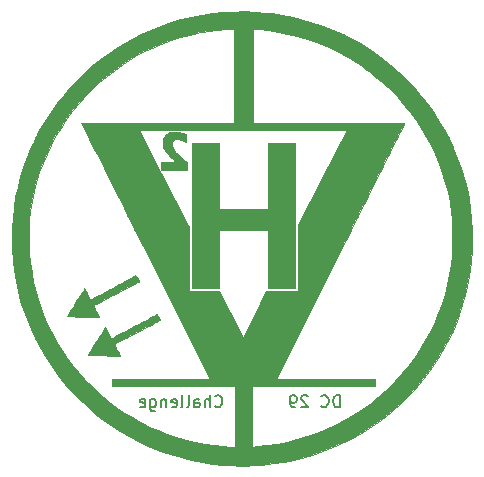
<source format=gbr>
G04 #@! TF.GenerationSoftware,KiCad,Pcbnew,(5.1.10-1-10_14)*
G04 #@! TF.CreationDate,2021-08-06T16:45:07+03:00*
G04 #@! TF.ProjectId,hhv_coin,6868765f-636f-4696-9e2e-6b696361645f,rev?*
G04 #@! TF.SameCoordinates,Original*
G04 #@! TF.FileFunction,Soldermask,Bot*
G04 #@! TF.FilePolarity,Negative*
%FSLAX46Y46*%
G04 Gerber Fmt 4.6, Leading zero omitted, Abs format (unit mm)*
G04 Created by KiCad (PCBNEW (5.1.10-1-10_14)) date 2021-08-06 16:45:07*
%MOMM*%
%LPD*%
G01*
G04 APERTURE LIST*
%ADD10C,0.150000*%
%ADD11C,0.010000*%
G04 APERTURE END LIST*
D10*
X7271428Y-15152380D02*
X7271428Y-14152380D01*
X7033333Y-14152380D01*
X6890476Y-14200000D01*
X6795238Y-14295238D01*
X6747619Y-14390476D01*
X6700000Y-14580952D01*
X6700000Y-14723809D01*
X6747619Y-14914285D01*
X6795238Y-15009523D01*
X6890476Y-15104761D01*
X7033333Y-15152380D01*
X7271428Y-15152380D01*
X5700000Y-15057142D02*
X5747619Y-15104761D01*
X5890476Y-15152380D01*
X5985714Y-15152380D01*
X6128571Y-15104761D01*
X6223809Y-15009523D01*
X6271428Y-14914285D01*
X6319047Y-14723809D01*
X6319047Y-14580952D01*
X6271428Y-14390476D01*
X6223809Y-14295238D01*
X6128571Y-14200000D01*
X5985714Y-14152380D01*
X5890476Y-14152380D01*
X5747619Y-14200000D01*
X5700000Y-14247619D01*
X4557142Y-14247619D02*
X4509523Y-14200000D01*
X4414285Y-14152380D01*
X4176190Y-14152380D01*
X4080952Y-14200000D01*
X4033333Y-14247619D01*
X3985714Y-14342857D01*
X3985714Y-14438095D01*
X4033333Y-14580952D01*
X4604761Y-15152380D01*
X3985714Y-15152380D01*
X3509523Y-15152380D02*
X3319047Y-15152380D01*
X3223809Y-15104761D01*
X3176190Y-15057142D01*
X3080952Y-14914285D01*
X3033333Y-14723809D01*
X3033333Y-14342857D01*
X3080952Y-14247619D01*
X3128571Y-14200000D01*
X3223809Y-14152380D01*
X3414285Y-14152380D01*
X3509523Y-14200000D01*
X3557142Y-14247619D01*
X3604761Y-14342857D01*
X3604761Y-14580952D01*
X3557142Y-14676190D01*
X3509523Y-14723809D01*
X3414285Y-14771428D01*
X3223809Y-14771428D01*
X3128571Y-14723809D01*
X3080952Y-14676190D01*
X3033333Y-14580952D01*
X-3299999Y-15057142D02*
X-3252380Y-15104761D01*
X-3109523Y-15152380D01*
X-3014285Y-15152380D01*
X-2871428Y-15104761D01*
X-2776190Y-15009523D01*
X-2728571Y-14914285D01*
X-2680952Y-14723809D01*
X-2680952Y-14580952D01*
X-2728571Y-14390476D01*
X-2776190Y-14295238D01*
X-2871428Y-14200000D01*
X-3014285Y-14152380D01*
X-3109523Y-14152380D01*
X-3252380Y-14200000D01*
X-3299999Y-14247619D01*
X-3728571Y-15152380D02*
X-3728571Y-14152380D01*
X-4157142Y-15152380D02*
X-4157142Y-14628571D01*
X-4109523Y-14533333D01*
X-4014285Y-14485714D01*
X-3871428Y-14485714D01*
X-3776190Y-14533333D01*
X-3728571Y-14580952D01*
X-5061904Y-15152380D02*
X-5061904Y-14628571D01*
X-5014285Y-14533333D01*
X-4919047Y-14485714D01*
X-4728571Y-14485714D01*
X-4633333Y-14533333D01*
X-5061904Y-15104761D02*
X-4966666Y-15152380D01*
X-4728571Y-15152380D01*
X-4633333Y-15104761D01*
X-4585714Y-15009523D01*
X-4585714Y-14914285D01*
X-4633333Y-14819047D01*
X-4728571Y-14771428D01*
X-4966666Y-14771428D01*
X-5061904Y-14723809D01*
X-5680952Y-15152380D02*
X-5585714Y-15104761D01*
X-5538095Y-15009523D01*
X-5538095Y-14152380D01*
X-6204761Y-15152380D02*
X-6109523Y-15104761D01*
X-6061904Y-15009523D01*
X-6061904Y-14152380D01*
X-6966666Y-15104761D02*
X-6871428Y-15152380D01*
X-6680952Y-15152380D01*
X-6585714Y-15104761D01*
X-6538095Y-15009523D01*
X-6538095Y-14628571D01*
X-6585714Y-14533333D01*
X-6680952Y-14485714D01*
X-6871428Y-14485714D01*
X-6966666Y-14533333D01*
X-7014285Y-14628571D01*
X-7014285Y-14723809D01*
X-6538095Y-14819047D01*
X-7442857Y-14485714D02*
X-7442857Y-15152380D01*
X-7442857Y-14580952D02*
X-7490476Y-14533333D01*
X-7585714Y-14485714D01*
X-7728571Y-14485714D01*
X-7823809Y-14533333D01*
X-7871428Y-14628571D01*
X-7871428Y-15152380D01*
X-8776190Y-14485714D02*
X-8776190Y-15295238D01*
X-8728571Y-15390476D01*
X-8680952Y-15438095D01*
X-8585714Y-15485714D01*
X-8442857Y-15485714D01*
X-8347619Y-15438095D01*
X-8776190Y-15104761D02*
X-8680952Y-15152380D01*
X-8490476Y-15152380D01*
X-8395238Y-15104761D01*
X-8347619Y-15057142D01*
X-8299999Y-14961904D01*
X-8299999Y-14676190D01*
X-8347619Y-14580952D01*
X-8395238Y-14533333D01*
X-8490476Y-14485714D01*
X-8680952Y-14485714D01*
X-8776190Y-14533333D01*
X-9633333Y-15104761D02*
X-9538095Y-15152380D01*
X-9347619Y-15152380D01*
X-9252380Y-15104761D01*
X-9204761Y-15009523D01*
X-9204761Y-14628571D01*
X-9252380Y-14533333D01*
X-9347619Y-14485714D01*
X-9538095Y-14485714D01*
X-9633333Y-14533333D01*
X-9680952Y-14628571D01*
X-9680952Y-14723809D01*
X-9204761Y-14819047D01*
D11*
G36*
X78329Y18325951D02*
G01*
X988418Y18254777D01*
X1494000Y18197181D01*
X2396727Y18061666D01*
X3287932Y17885654D01*
X4166544Y17669672D01*
X5031493Y17414246D01*
X5881707Y17119901D01*
X6716118Y16787164D01*
X7533654Y16416561D01*
X8333245Y16008617D01*
X9113821Y15563859D01*
X9874311Y15082814D01*
X10613646Y14566006D01*
X11330755Y14013963D01*
X12024567Y13427210D01*
X12694012Y12806273D01*
X12924000Y12579325D01*
X13518828Y11953925D01*
X14088312Y11296828D01*
X14630174Y10611368D01*
X15142137Y9900879D01*
X15621922Y9168695D01*
X16067252Y8418150D01*
X16475850Y7652578D01*
X16845436Y6875312D01*
X16890584Y6773389D01*
X17227591Y5953654D01*
X17525291Y5119374D01*
X17783444Y4272310D01*
X18001808Y3414226D01*
X18180144Y2546881D01*
X18318211Y1672038D01*
X18415768Y791458D01*
X18472575Y-93097D01*
X18488392Y-979865D01*
X18462979Y-1867086D01*
X18396094Y-2752997D01*
X18299756Y-3551149D01*
X18152383Y-4437242D01*
X17964617Y-5311462D01*
X17737001Y-6172710D01*
X17470083Y-7019892D01*
X17164405Y-7851910D01*
X16820514Y-8667666D01*
X16438955Y-9466065D01*
X16020273Y-10246009D01*
X15565012Y-11006401D01*
X15073717Y-11746145D01*
X14546935Y-12464144D01*
X13985209Y-13159300D01*
X13389085Y-13830518D01*
X12980043Y-14256863D01*
X12622907Y-14611367D01*
X12279835Y-14937685D01*
X11942188Y-15243360D01*
X11601325Y-15535936D01*
X11248605Y-15822956D01*
X10875390Y-16111964D01*
X10730913Y-16220510D01*
X9992198Y-16745124D01*
X9232192Y-17233420D01*
X8452082Y-17684956D01*
X7653053Y-18099288D01*
X6836289Y-18475972D01*
X6002976Y-18814567D01*
X5154300Y-19114628D01*
X4291446Y-19375712D01*
X3415598Y-19597377D01*
X2527943Y-19779179D01*
X1629666Y-19920675D01*
X721951Y-20021422D01*
X520333Y-20038134D01*
X153410Y-20062527D01*
X-234440Y-20080706D01*
X-630267Y-20092378D01*
X-1021119Y-20097253D01*
X-1394044Y-20095039D01*
X-1681000Y-20087598D01*
X-2604695Y-20033074D01*
X-3519232Y-19937721D01*
X-4423727Y-19801747D01*
X-5317297Y-19625357D01*
X-6199061Y-19408757D01*
X-7068134Y-19152154D01*
X-7923633Y-18855754D01*
X-8764677Y-18519762D01*
X-9179893Y-18336806D01*
X-9989033Y-17946202D01*
X-10775955Y-17520663D01*
X-11539684Y-17061308D01*
X-12279246Y-16569258D01*
X-12993665Y-16045633D01*
X-13681967Y-15491552D01*
X-14343177Y-14908137D01*
X-14976320Y-14296506D01*
X-15580420Y-13657779D01*
X-16154504Y-12993078D01*
X-16697596Y-12303522D01*
X-17208721Y-11590230D01*
X-17686905Y-10854324D01*
X-18131172Y-10096922D01*
X-18540548Y-9319145D01*
X-18914057Y-8522114D01*
X-19250726Y-7706947D01*
X-19549578Y-6874766D01*
X-19768114Y-6172257D01*
X-19996717Y-5307549D01*
X-20183940Y-4435935D01*
X-20329855Y-3558890D01*
X-20434533Y-2677889D01*
X-20498046Y-1794405D01*
X-20514559Y-1142975D01*
X-19072418Y-1142975D01*
X-19035086Y-2000654D01*
X-18955755Y-2855424D01*
X-18834502Y-3706260D01*
X-18671408Y-4552137D01*
X-18466550Y-5392030D01*
X-18381095Y-5697916D01*
X-18125392Y-6506985D01*
X-17830551Y-7301185D01*
X-17497537Y-8079214D01*
X-17127314Y-8839766D01*
X-16720846Y-9581536D01*
X-16279097Y-10303222D01*
X-15803032Y-11003518D01*
X-15293614Y-11681120D01*
X-14751808Y-12334723D01*
X-14178578Y-12963025D01*
X-13574888Y-13564719D01*
X-12941703Y-14138502D01*
X-12279986Y-14683069D01*
X-11590701Y-15197116D01*
X-11121334Y-15518907D01*
X-10642746Y-15826250D01*
X-10168046Y-16110718D01*
X-9684385Y-16379564D01*
X-9178918Y-16640043D01*
X-8866015Y-16792379D01*
X-8127326Y-17122802D01*
X-7364412Y-17421140D01*
X-6582067Y-17686132D01*
X-5785084Y-17916517D01*
X-4978256Y-18111034D01*
X-4166375Y-18268423D01*
X-3354235Y-18387421D01*
X-2546629Y-18466768D01*
X-2485334Y-18471158D01*
X-2364432Y-18479630D01*
X-2251783Y-18487605D01*
X-2157246Y-18494379D01*
X-2090680Y-18499248D01*
X-2072584Y-18500622D01*
X-2012427Y-18504017D01*
X-1925469Y-18507351D01*
X-1827239Y-18510060D01*
X-1792125Y-18510775D01*
X-1596334Y-18514333D01*
X-1596334Y-13349666D01*
X-157000Y-13349666D01*
X-157000Y-18493166D01*
X-97732Y-18493166D01*
X-54835Y-18491560D01*
X20282Y-18487168D01*
X117646Y-18480629D01*
X227283Y-18472583D01*
X246227Y-18471126D01*
X1120106Y-18382664D01*
X1983849Y-18253684D01*
X2836270Y-18084748D01*
X3676178Y-17876419D01*
X4502385Y-17629259D01*
X5313703Y-17343830D01*
X6108942Y-17020695D01*
X6886915Y-16660415D01*
X7646433Y-16263555D01*
X8386307Y-15830675D01*
X9105348Y-15362339D01*
X9802368Y-14859109D01*
X10476178Y-14321546D01*
X11125590Y-13750214D01*
X11749415Y-13145676D01*
X11958493Y-12929495D01*
X12539930Y-12288075D01*
X13087070Y-11622837D01*
X13599332Y-10935021D01*
X14076136Y-10225865D01*
X14516901Y-9496607D01*
X14921047Y-8748484D01*
X15287992Y-7982735D01*
X15617157Y-7200598D01*
X15907961Y-6403311D01*
X16159823Y-5592112D01*
X16372164Y-4768239D01*
X16544401Y-3932930D01*
X16675955Y-3087424D01*
X16711902Y-2792658D01*
X16734676Y-2586050D01*
X16753636Y-2399099D01*
X16769110Y-2224910D01*
X16781426Y-2056586D01*
X16790913Y-1887230D01*
X16797900Y-1709947D01*
X16802713Y-1517840D01*
X16805683Y-1304013D01*
X16807137Y-1061570D01*
X16807407Y-787250D01*
X16806575Y-496678D01*
X16804249Y-241211D01*
X16800033Y-13637D01*
X16793533Y193258D01*
X16784354Y386688D01*
X16772101Y573866D01*
X16756378Y762006D01*
X16736793Y958321D01*
X16712948Y1170024D01*
X16689817Y1361167D01*
X16564183Y2205158D01*
X16397968Y3038554D01*
X16191870Y3860165D01*
X15946584Y4668799D01*
X15662806Y5463266D01*
X15341233Y6242375D01*
X14982559Y7004934D01*
X14587482Y7749753D01*
X14156697Y8475641D01*
X13690900Y9181406D01*
X13190787Y9865857D01*
X12657054Y10527804D01*
X12090398Y11166055D01*
X11491513Y11779420D01*
X10861097Y12366708D01*
X10199844Y12926726D01*
X9706666Y13311163D01*
X9423360Y13518120D01*
X9111284Y13734930D01*
X8780676Y13954991D01*
X8441770Y14171702D01*
X8104804Y14378464D01*
X7780013Y14568677D01*
X7600583Y14669181D01*
X6847781Y15059440D01*
X6074506Y15414577D01*
X5283738Y15733689D01*
X4478460Y16015877D01*
X3661654Y16260240D01*
X2836300Y16465875D01*
X2005381Y16631884D01*
X1171878Y16757365D01*
X435666Y16833790D01*
X318919Y16843345D01*
X203261Y16852847D01*
X102968Y16861122D01*
X38791Y16866454D01*
X-93500Y16877513D01*
X-93499Y12902882D01*
X-93497Y8928250D01*
X6318239Y8928250D01*
X6836601Y8928202D01*
X7344017Y8928058D01*
X7838853Y8927823D01*
X8319476Y8927500D01*
X8784252Y8927094D01*
X9231548Y8926608D01*
X9659732Y8926046D01*
X10067169Y8925411D01*
X10452226Y8924708D01*
X10813270Y8923941D01*
X11148668Y8923112D01*
X11456787Y8922227D01*
X11735993Y8921288D01*
X11984653Y8920300D01*
X12201133Y8919267D01*
X12383801Y8918191D01*
X12531024Y8917078D01*
X12641166Y8915930D01*
X12712597Y8914752D01*
X12743682Y8913547D01*
X12744940Y8913283D01*
X12736409Y8893660D01*
X12709391Y8837276D01*
X12664417Y8745189D01*
X12602017Y8618460D01*
X12522721Y8458148D01*
X12427060Y8265313D01*
X12315563Y8041015D01*
X12188761Y7786314D01*
X12047184Y7502269D01*
X11891362Y7189940D01*
X11721825Y6850387D01*
X11539103Y6484670D01*
X11343727Y6093849D01*
X11136226Y5678982D01*
X10917132Y5241131D01*
X10686973Y4781355D01*
X10446280Y4300713D01*
X10195584Y3800265D01*
X9935414Y3281072D01*
X9666301Y2744192D01*
X9388774Y2190686D01*
X9103364Y1621614D01*
X8810602Y1038035D01*
X8511016Y441009D01*
X8205138Y-168405D01*
X7893498Y-789145D01*
X7576625Y-1420154D01*
X7318213Y-1934634D01*
X1876519Y-12767583D01*
X6077342Y-12772927D01*
X10278166Y-12778271D01*
X10278166Y-13349666D01*
X-157000Y-13349666D01*
X-1596334Y-13349666D01*
X-12010334Y-13349666D01*
X-12010334Y-12778272D01*
X-7864062Y-12772927D01*
X-3717791Y-12767583D01*
X-9165704Y-1940833D01*
X-9486853Y-1302580D01*
X-9803240Y-673737D01*
X-10114333Y-55364D01*
X-10419599Y551479D01*
X-10718505Y1145733D01*
X-11010520Y1726337D01*
X-11295110Y2292232D01*
X-11571743Y2842358D01*
X-11839887Y3375655D01*
X-12099008Y3891063D01*
X-12348575Y4387523D01*
X-12588055Y4863974D01*
X-12816916Y5319357D01*
X-13034624Y5752612D01*
X-13240647Y6162679D01*
X-13434453Y6548498D01*
X-13615510Y6909010D01*
X-13783284Y7243154D01*
X-13937243Y7549871D01*
X-14076855Y7828100D01*
X-14201588Y8076783D01*
X-14310907Y8294859D01*
X-14331306Y8335584D01*
X-9760853Y8335584D01*
X-7613020Y4208084D01*
X-5465188Y80584D01*
X-5478158Y-2612875D01*
X-5491128Y-5306333D01*
X-2919250Y-5307217D01*
X-1926214Y-7286290D01*
X-933177Y-9265363D01*
X62629Y-7289103D01*
X1058435Y-5312842D01*
X1541134Y-5299241D01*
X1677256Y-5296444D01*
X1847021Y-5294610D01*
X2041750Y-5293739D01*
X2252763Y-5293832D01*
X2471381Y-5294886D01*
X2688925Y-5296902D01*
X2864874Y-5299344D01*
X3705916Y-5313047D01*
X3700171Y-2530716D01*
X3694426Y251614D01*
X5785617Y4283016D01*
X7876807Y8314417D01*
X3505362Y8329828D01*
X3000700Y8331484D01*
X2459316Y8333033D01*
X1886820Y8334468D01*
X1288821Y8335783D01*
X670931Y8336970D01*
X38760Y8338023D01*
X-602081Y8338935D01*
X-1245983Y8339699D01*
X-1887335Y8340309D01*
X-2520526Y8340758D01*
X-3139946Y8341039D01*
X-3739985Y8341146D01*
X-4315032Y8341071D01*
X-4859476Y8340808D01*
X-5313468Y8340411D01*
X-9760853Y8335584D01*
X-14331306Y8335584D01*
X-14404282Y8481268D01*
X-14481180Y8634951D01*
X-14541067Y8754847D01*
X-14583412Y8839897D01*
X-14607682Y8889042D01*
X-14613726Y8901792D01*
X-14592838Y8903069D01*
X-14531236Y8904318D01*
X-14430542Y8905537D01*
X-14292374Y8906720D01*
X-14118352Y8907865D01*
X-13910097Y8908967D01*
X-13669228Y8910022D01*
X-13397365Y8911026D01*
X-13096128Y8911975D01*
X-12767138Y8912865D01*
X-12412014Y8913693D01*
X-12032376Y8914454D01*
X-11629844Y8915144D01*
X-11206038Y8915759D01*
X-10762578Y8916296D01*
X-10301084Y8916750D01*
X-9823175Y8917118D01*
X-9330473Y8917395D01*
X-8824596Y8917578D01*
X-8307164Y8917662D01*
X-8136834Y8917667D01*
X-1659834Y8917667D01*
X-1659834Y16897039D01*
X-1855625Y16885718D01*
X-2150009Y16868076D01*
X-2409485Y16851048D01*
X-2641462Y16833952D01*
X-2853346Y16816107D01*
X-3052545Y16796835D01*
X-3246464Y16775453D01*
X-3442512Y16751282D01*
X-3648094Y16723641D01*
X-3701531Y16716153D01*
X-4554506Y16574493D01*
X-5400044Y16391552D01*
X-6236150Y16168027D01*
X-7060831Y15904621D01*
X-7872093Y15602031D01*
X-8667943Y15260958D01*
X-9446386Y14882102D01*
X-10205430Y14466163D01*
X-10344772Y14384492D01*
X-11077378Y13926628D01*
X-11783389Y13437069D01*
X-12461991Y12917036D01*
X-13112375Y12367755D01*
X-13733727Y11790448D01*
X-14325237Y11186341D01*
X-14886092Y10556656D01*
X-15415482Y9902618D01*
X-15912594Y9225451D01*
X-16376616Y8526378D01*
X-16806737Y7806623D01*
X-17202146Y7067410D01*
X-17562030Y6309963D01*
X-17885577Y5535507D01*
X-18171977Y4745264D01*
X-18420417Y3940458D01*
X-18630086Y3122314D01*
X-18800172Y2292056D01*
X-18929864Y1450907D01*
X-18931619Y1437263D01*
X-19020763Y577008D01*
X-19067670Y-283413D01*
X-19072418Y-1142975D01*
X-20514559Y-1142975D01*
X-20520467Y-909912D01*
X-20501867Y-25885D01*
X-20442318Y856202D01*
X-20341893Y1734875D01*
X-20200662Y2608660D01*
X-20018698Y3476082D01*
X-19796072Y4335668D01*
X-19532857Y5185944D01*
X-19229125Y6025434D01*
X-19165416Y6187167D01*
X-19058926Y6445372D01*
X-18937079Y6726109D01*
X-18804254Y7020132D01*
X-18664828Y7318199D01*
X-18523181Y7611063D01*
X-18383691Y7889482D01*
X-18250738Y8144211D01*
X-18157797Y8314417D01*
X-17690854Y9107112D01*
X-17191967Y9872293D01*
X-16661547Y10609518D01*
X-16100005Y11318341D01*
X-15507750Y11998320D01*
X-14885194Y12649010D01*
X-14232747Y13269968D01*
X-13550819Y13860749D01*
X-12839820Y14420911D01*
X-12100162Y14950008D01*
X-11893917Y15088592D01*
X-11125432Y15572853D01*
X-10338460Y16019383D01*
X-9534289Y16427884D01*
X-8714208Y16798058D01*
X-7879504Y17129604D01*
X-7031465Y17422224D01*
X-6171380Y17675618D01*
X-5300536Y17889489D01*
X-4420221Y18063536D01*
X-3531724Y18197460D01*
X-2636333Y18290963D01*
X-1735335Y18343745D01*
X-830018Y18355507D01*
X78329Y18325951D01*
G37*
X78329Y18325951D02*
X988418Y18254777D01*
X1494000Y18197181D01*
X2396727Y18061666D01*
X3287932Y17885654D01*
X4166544Y17669672D01*
X5031493Y17414246D01*
X5881707Y17119901D01*
X6716118Y16787164D01*
X7533654Y16416561D01*
X8333245Y16008617D01*
X9113821Y15563859D01*
X9874311Y15082814D01*
X10613646Y14566006D01*
X11330755Y14013963D01*
X12024567Y13427210D01*
X12694012Y12806273D01*
X12924000Y12579325D01*
X13518828Y11953925D01*
X14088312Y11296828D01*
X14630174Y10611368D01*
X15142137Y9900879D01*
X15621922Y9168695D01*
X16067252Y8418150D01*
X16475850Y7652578D01*
X16845436Y6875312D01*
X16890584Y6773389D01*
X17227591Y5953654D01*
X17525291Y5119374D01*
X17783444Y4272310D01*
X18001808Y3414226D01*
X18180144Y2546881D01*
X18318211Y1672038D01*
X18415768Y791458D01*
X18472575Y-93097D01*
X18488392Y-979865D01*
X18462979Y-1867086D01*
X18396094Y-2752997D01*
X18299756Y-3551149D01*
X18152383Y-4437242D01*
X17964617Y-5311462D01*
X17737001Y-6172710D01*
X17470083Y-7019892D01*
X17164405Y-7851910D01*
X16820514Y-8667666D01*
X16438955Y-9466065D01*
X16020273Y-10246009D01*
X15565012Y-11006401D01*
X15073717Y-11746145D01*
X14546935Y-12464144D01*
X13985209Y-13159300D01*
X13389085Y-13830518D01*
X12980043Y-14256863D01*
X12622907Y-14611367D01*
X12279835Y-14937685D01*
X11942188Y-15243360D01*
X11601325Y-15535936D01*
X11248605Y-15822956D01*
X10875390Y-16111964D01*
X10730913Y-16220510D01*
X9992198Y-16745124D01*
X9232192Y-17233420D01*
X8452082Y-17684956D01*
X7653053Y-18099288D01*
X6836289Y-18475972D01*
X6002976Y-18814567D01*
X5154300Y-19114628D01*
X4291446Y-19375712D01*
X3415598Y-19597377D01*
X2527943Y-19779179D01*
X1629666Y-19920675D01*
X721951Y-20021422D01*
X520333Y-20038134D01*
X153410Y-20062527D01*
X-234440Y-20080706D01*
X-630267Y-20092378D01*
X-1021119Y-20097253D01*
X-1394044Y-20095039D01*
X-1681000Y-20087598D01*
X-2604695Y-20033074D01*
X-3519232Y-19937721D01*
X-4423727Y-19801747D01*
X-5317297Y-19625357D01*
X-6199061Y-19408757D01*
X-7068134Y-19152154D01*
X-7923633Y-18855754D01*
X-8764677Y-18519762D01*
X-9179893Y-18336806D01*
X-9989033Y-17946202D01*
X-10775955Y-17520663D01*
X-11539684Y-17061308D01*
X-12279246Y-16569258D01*
X-12993665Y-16045633D01*
X-13681967Y-15491552D01*
X-14343177Y-14908137D01*
X-14976320Y-14296506D01*
X-15580420Y-13657779D01*
X-16154504Y-12993078D01*
X-16697596Y-12303522D01*
X-17208721Y-11590230D01*
X-17686905Y-10854324D01*
X-18131172Y-10096922D01*
X-18540548Y-9319145D01*
X-18914057Y-8522114D01*
X-19250726Y-7706947D01*
X-19549578Y-6874766D01*
X-19768114Y-6172257D01*
X-19996717Y-5307549D01*
X-20183940Y-4435935D01*
X-20329855Y-3558890D01*
X-20434533Y-2677889D01*
X-20498046Y-1794405D01*
X-20514559Y-1142975D01*
X-19072418Y-1142975D01*
X-19035086Y-2000654D01*
X-18955755Y-2855424D01*
X-18834502Y-3706260D01*
X-18671408Y-4552137D01*
X-18466550Y-5392030D01*
X-18381095Y-5697916D01*
X-18125392Y-6506985D01*
X-17830551Y-7301185D01*
X-17497537Y-8079214D01*
X-17127314Y-8839766D01*
X-16720846Y-9581536D01*
X-16279097Y-10303222D01*
X-15803032Y-11003518D01*
X-15293614Y-11681120D01*
X-14751808Y-12334723D01*
X-14178578Y-12963025D01*
X-13574888Y-13564719D01*
X-12941703Y-14138502D01*
X-12279986Y-14683069D01*
X-11590701Y-15197116D01*
X-11121334Y-15518907D01*
X-10642746Y-15826250D01*
X-10168046Y-16110718D01*
X-9684385Y-16379564D01*
X-9178918Y-16640043D01*
X-8866015Y-16792379D01*
X-8127326Y-17122802D01*
X-7364412Y-17421140D01*
X-6582067Y-17686132D01*
X-5785084Y-17916517D01*
X-4978256Y-18111034D01*
X-4166375Y-18268423D01*
X-3354235Y-18387421D01*
X-2546629Y-18466768D01*
X-2485334Y-18471158D01*
X-2364432Y-18479630D01*
X-2251783Y-18487605D01*
X-2157246Y-18494379D01*
X-2090680Y-18499248D01*
X-2072584Y-18500622D01*
X-2012427Y-18504017D01*
X-1925469Y-18507351D01*
X-1827239Y-18510060D01*
X-1792125Y-18510775D01*
X-1596334Y-18514333D01*
X-1596334Y-13349666D01*
X-157000Y-13349666D01*
X-157000Y-18493166D01*
X-97732Y-18493166D01*
X-54835Y-18491560D01*
X20282Y-18487168D01*
X117646Y-18480629D01*
X227283Y-18472583D01*
X246227Y-18471126D01*
X1120106Y-18382664D01*
X1983849Y-18253684D01*
X2836270Y-18084748D01*
X3676178Y-17876419D01*
X4502385Y-17629259D01*
X5313703Y-17343830D01*
X6108942Y-17020695D01*
X6886915Y-16660415D01*
X7646433Y-16263555D01*
X8386307Y-15830675D01*
X9105348Y-15362339D01*
X9802368Y-14859109D01*
X10476178Y-14321546D01*
X11125590Y-13750214D01*
X11749415Y-13145676D01*
X11958493Y-12929495D01*
X12539930Y-12288075D01*
X13087070Y-11622837D01*
X13599332Y-10935021D01*
X14076136Y-10225865D01*
X14516901Y-9496607D01*
X14921047Y-8748484D01*
X15287992Y-7982735D01*
X15617157Y-7200598D01*
X15907961Y-6403311D01*
X16159823Y-5592112D01*
X16372164Y-4768239D01*
X16544401Y-3932930D01*
X16675955Y-3087424D01*
X16711902Y-2792658D01*
X16734676Y-2586050D01*
X16753636Y-2399099D01*
X16769110Y-2224910D01*
X16781426Y-2056586D01*
X16790913Y-1887230D01*
X16797900Y-1709947D01*
X16802713Y-1517840D01*
X16805683Y-1304013D01*
X16807137Y-1061570D01*
X16807407Y-787250D01*
X16806575Y-496678D01*
X16804249Y-241211D01*
X16800033Y-13637D01*
X16793533Y193258D01*
X16784354Y386688D01*
X16772101Y573866D01*
X16756378Y762006D01*
X16736793Y958321D01*
X16712948Y1170024D01*
X16689817Y1361167D01*
X16564183Y2205158D01*
X16397968Y3038554D01*
X16191870Y3860165D01*
X15946584Y4668799D01*
X15662806Y5463266D01*
X15341233Y6242375D01*
X14982559Y7004934D01*
X14587482Y7749753D01*
X14156697Y8475641D01*
X13690900Y9181406D01*
X13190787Y9865857D01*
X12657054Y10527804D01*
X12090398Y11166055D01*
X11491513Y11779420D01*
X10861097Y12366708D01*
X10199844Y12926726D01*
X9706666Y13311163D01*
X9423360Y13518120D01*
X9111284Y13734930D01*
X8780676Y13954991D01*
X8441770Y14171702D01*
X8104804Y14378464D01*
X7780013Y14568677D01*
X7600583Y14669181D01*
X6847781Y15059440D01*
X6074506Y15414577D01*
X5283738Y15733689D01*
X4478460Y16015877D01*
X3661654Y16260240D01*
X2836300Y16465875D01*
X2005381Y16631884D01*
X1171878Y16757365D01*
X435666Y16833790D01*
X318919Y16843345D01*
X203261Y16852847D01*
X102968Y16861122D01*
X38791Y16866454D01*
X-93500Y16877513D01*
X-93499Y12902882D01*
X-93497Y8928250D01*
X6318239Y8928250D01*
X6836601Y8928202D01*
X7344017Y8928058D01*
X7838853Y8927823D01*
X8319476Y8927500D01*
X8784252Y8927094D01*
X9231548Y8926608D01*
X9659732Y8926046D01*
X10067169Y8925411D01*
X10452226Y8924708D01*
X10813270Y8923941D01*
X11148668Y8923112D01*
X11456787Y8922227D01*
X11735993Y8921288D01*
X11984653Y8920300D01*
X12201133Y8919267D01*
X12383801Y8918191D01*
X12531024Y8917078D01*
X12641166Y8915930D01*
X12712597Y8914752D01*
X12743682Y8913547D01*
X12744940Y8913283D01*
X12736409Y8893660D01*
X12709391Y8837276D01*
X12664417Y8745189D01*
X12602017Y8618460D01*
X12522721Y8458148D01*
X12427060Y8265313D01*
X12315563Y8041015D01*
X12188761Y7786314D01*
X12047184Y7502269D01*
X11891362Y7189940D01*
X11721825Y6850387D01*
X11539103Y6484670D01*
X11343727Y6093849D01*
X11136226Y5678982D01*
X10917132Y5241131D01*
X10686973Y4781355D01*
X10446280Y4300713D01*
X10195584Y3800265D01*
X9935414Y3281072D01*
X9666301Y2744192D01*
X9388774Y2190686D01*
X9103364Y1621614D01*
X8810602Y1038035D01*
X8511016Y441009D01*
X8205138Y-168405D01*
X7893498Y-789145D01*
X7576625Y-1420154D01*
X7318213Y-1934634D01*
X1876519Y-12767583D01*
X6077342Y-12772927D01*
X10278166Y-12778271D01*
X10278166Y-13349666D01*
X-157000Y-13349666D01*
X-1596334Y-13349666D01*
X-12010334Y-13349666D01*
X-12010334Y-12778272D01*
X-7864062Y-12772927D01*
X-3717791Y-12767583D01*
X-9165704Y-1940833D01*
X-9486853Y-1302580D01*
X-9803240Y-673737D01*
X-10114333Y-55364D01*
X-10419599Y551479D01*
X-10718505Y1145733D01*
X-11010520Y1726337D01*
X-11295110Y2292232D01*
X-11571743Y2842358D01*
X-11839887Y3375655D01*
X-12099008Y3891063D01*
X-12348575Y4387523D01*
X-12588055Y4863974D01*
X-12816916Y5319357D01*
X-13034624Y5752612D01*
X-13240647Y6162679D01*
X-13434453Y6548498D01*
X-13615510Y6909010D01*
X-13783284Y7243154D01*
X-13937243Y7549871D01*
X-14076855Y7828100D01*
X-14201588Y8076783D01*
X-14310907Y8294859D01*
X-14331306Y8335584D01*
X-9760853Y8335584D01*
X-7613020Y4208084D01*
X-5465188Y80584D01*
X-5478158Y-2612875D01*
X-5491128Y-5306333D01*
X-2919250Y-5307217D01*
X-1926214Y-7286290D01*
X-933177Y-9265363D01*
X62629Y-7289103D01*
X1058435Y-5312842D01*
X1541134Y-5299241D01*
X1677256Y-5296444D01*
X1847021Y-5294610D01*
X2041750Y-5293739D01*
X2252763Y-5293832D01*
X2471381Y-5294886D01*
X2688925Y-5296902D01*
X2864874Y-5299344D01*
X3705916Y-5313047D01*
X3700171Y-2530716D01*
X3694426Y251614D01*
X5785617Y4283016D01*
X7876807Y8314417D01*
X3505362Y8329828D01*
X3000700Y8331484D01*
X2459316Y8333033D01*
X1886820Y8334468D01*
X1288821Y8335783D01*
X670931Y8336970D01*
X38760Y8338023D01*
X-602081Y8338935D01*
X-1245983Y8339699D01*
X-1887335Y8340309D01*
X-2520526Y8340758D01*
X-3139946Y8341039D01*
X-3739985Y8341146D01*
X-4315032Y8341071D01*
X-4859476Y8340808D01*
X-5313468Y8340411D01*
X-9760853Y8335584D01*
X-14331306Y8335584D01*
X-14404282Y8481268D01*
X-14481180Y8634951D01*
X-14541067Y8754847D01*
X-14583412Y8839897D01*
X-14607682Y8889042D01*
X-14613726Y8901792D01*
X-14592838Y8903069D01*
X-14531236Y8904318D01*
X-14430542Y8905537D01*
X-14292374Y8906720D01*
X-14118352Y8907865D01*
X-13910097Y8908967D01*
X-13669228Y8910022D01*
X-13397365Y8911026D01*
X-13096128Y8911975D01*
X-12767138Y8912865D01*
X-12412014Y8913693D01*
X-12032376Y8914454D01*
X-11629844Y8915144D01*
X-11206038Y8915759D01*
X-10762578Y8916296D01*
X-10301084Y8916750D01*
X-9823175Y8917118D01*
X-9330473Y8917395D01*
X-8824596Y8917578D01*
X-8307164Y8917662D01*
X-8136834Y8917667D01*
X-1659834Y8917667D01*
X-1659834Y16897039D01*
X-1855625Y16885718D01*
X-2150009Y16868076D01*
X-2409485Y16851048D01*
X-2641462Y16833952D01*
X-2853346Y16816107D01*
X-3052545Y16796835D01*
X-3246464Y16775453D01*
X-3442512Y16751282D01*
X-3648094Y16723641D01*
X-3701531Y16716153D01*
X-4554506Y16574493D01*
X-5400044Y16391552D01*
X-6236150Y16168027D01*
X-7060831Y15904621D01*
X-7872093Y15602031D01*
X-8667943Y15260958D01*
X-9446386Y14882102D01*
X-10205430Y14466163D01*
X-10344772Y14384492D01*
X-11077378Y13926628D01*
X-11783389Y13437069D01*
X-12461991Y12917036D01*
X-13112375Y12367755D01*
X-13733727Y11790448D01*
X-14325237Y11186341D01*
X-14886092Y10556656D01*
X-15415482Y9902618D01*
X-15912594Y9225451D01*
X-16376616Y8526378D01*
X-16806737Y7806623D01*
X-17202146Y7067410D01*
X-17562030Y6309963D01*
X-17885577Y5535507D01*
X-18171977Y4745264D01*
X-18420417Y3940458D01*
X-18630086Y3122314D01*
X-18800172Y2292056D01*
X-18929864Y1450907D01*
X-18931619Y1437263D01*
X-19020763Y577008D01*
X-19067670Y-283413D01*
X-19072418Y-1142975D01*
X-20514559Y-1142975D01*
X-20520467Y-909912D01*
X-20501867Y-25885D01*
X-20442318Y856202D01*
X-20341893Y1734875D01*
X-20200662Y2608660D01*
X-20018698Y3476082D01*
X-19796072Y4335668D01*
X-19532857Y5185944D01*
X-19229125Y6025434D01*
X-19165416Y6187167D01*
X-19058926Y6445372D01*
X-18937079Y6726109D01*
X-18804254Y7020132D01*
X-18664828Y7318199D01*
X-18523181Y7611063D01*
X-18383691Y7889482D01*
X-18250738Y8144211D01*
X-18157797Y8314417D01*
X-17690854Y9107112D01*
X-17191967Y9872293D01*
X-16661547Y10609518D01*
X-16100005Y11318341D01*
X-15507750Y11998320D01*
X-14885194Y12649010D01*
X-14232747Y13269968D01*
X-13550819Y13860749D01*
X-12839820Y14420911D01*
X-12100162Y14950008D01*
X-11893917Y15088592D01*
X-11125432Y15572853D01*
X-10338460Y16019383D01*
X-9534289Y16427884D01*
X-8714208Y16798058D01*
X-7879504Y17129604D01*
X-7031465Y17422224D01*
X-6171380Y17675618D01*
X-5300536Y17889489D01*
X-4420221Y18063536D01*
X-3531724Y18197460D01*
X-2636333Y18290963D01*
X-1735335Y18343745D01*
X-830018Y18355507D01*
X78329Y18325951D01*
G36*
X-8240379Y-7295305D02*
G01*
X-8202497Y-7334179D01*
X-8148255Y-7405752D01*
X-8078625Y-7507933D01*
X-8021621Y-7595450D01*
X-7974314Y-7670418D01*
X-7941061Y-7725757D01*
X-7926217Y-7754390D01*
X-7925838Y-7756240D01*
X-7944320Y-7767984D01*
X-7997923Y-7797868D01*
X-8084168Y-7844582D01*
X-8200574Y-7906820D01*
X-8344659Y-7983275D01*
X-8513943Y-8072638D01*
X-8705945Y-8173602D01*
X-8918184Y-8284861D01*
X-9148180Y-8405106D01*
X-9393451Y-8533030D01*
X-9651518Y-8667326D01*
X-9863963Y-8777666D01*
X-10131031Y-8916323D01*
X-10387732Y-9049724D01*
X-10631540Y-9176550D01*
X-10859929Y-9295482D01*
X-11070375Y-9405201D01*
X-11260351Y-9504386D01*
X-11427333Y-9591719D01*
X-11568796Y-9665881D01*
X-11682213Y-9725552D01*
X-11765059Y-9769412D01*
X-11814809Y-9796144D01*
X-11829009Y-9804250D01*
X-11833495Y-9818846D01*
X-11826132Y-9849938D01*
X-11805220Y-9901134D01*
X-11769060Y-9976045D01*
X-11715953Y-10078280D01*
X-11644198Y-10211448D01*
X-11594805Y-10301666D01*
X-11523956Y-10431145D01*
X-11460382Y-10548469D01*
X-11406800Y-10648530D01*
X-11365927Y-10726220D01*
X-11340480Y-10776431D01*
X-11333005Y-10793791D01*
X-11350354Y-10805798D01*
X-11370042Y-10806627D01*
X-11397776Y-10805537D01*
X-11463768Y-10803530D01*
X-11563952Y-10800712D01*
X-11694265Y-10797191D01*
X-11850644Y-10793076D01*
X-12029023Y-10788473D01*
X-12225340Y-10783491D01*
X-12435530Y-10778237D01*
X-12528917Y-10775927D01*
X-12750677Y-10770435D01*
X-12965852Y-10765061D01*
X-13169538Y-10759931D01*
X-13356827Y-10755170D01*
X-13522816Y-10750903D01*
X-13662598Y-10747256D01*
X-13771269Y-10744355D01*
X-13843923Y-10742326D01*
X-13857353Y-10741924D01*
X-14063955Y-10735583D01*
X-13335425Y-9564544D01*
X-13209727Y-9362600D01*
X-13090554Y-9171338D01*
X-12979796Y-8993777D01*
X-12879343Y-8832940D01*
X-12791086Y-8691847D01*
X-12716915Y-8573520D01*
X-12658720Y-8480978D01*
X-12618391Y-8417244D01*
X-12597820Y-8385338D01*
X-12595600Y-8382210D01*
X-12583530Y-8397242D01*
X-12555347Y-8445399D01*
X-12513647Y-8521834D01*
X-12461028Y-8621699D01*
X-12400087Y-8740145D01*
X-12338795Y-8861577D01*
X-12093286Y-9352240D01*
X-11983018Y-9290765D01*
X-11930315Y-9261724D01*
X-11846214Y-9215823D01*
X-11733786Y-9154717D01*
X-11596102Y-9080061D01*
X-11436236Y-8993510D01*
X-11257259Y-8896719D01*
X-11062242Y-8791344D01*
X-10854258Y-8679039D01*
X-10636378Y-8561461D01*
X-10411675Y-8440263D01*
X-10183220Y-8317101D01*
X-9954085Y-8193630D01*
X-9727342Y-8071506D01*
X-9506063Y-7952384D01*
X-9293319Y-7837918D01*
X-9092183Y-7729764D01*
X-8905727Y-7629578D01*
X-8737022Y-7539013D01*
X-8589140Y-7459726D01*
X-8465153Y-7393372D01*
X-8368133Y-7341605D01*
X-8301152Y-7306081D01*
X-8267282Y-7288455D01*
X-8263834Y-7286826D01*
X-8240379Y-7295305D01*
G37*
X-8240379Y-7295305D02*
X-8202497Y-7334179D01*
X-8148255Y-7405752D01*
X-8078625Y-7507933D01*
X-8021621Y-7595450D01*
X-7974314Y-7670418D01*
X-7941061Y-7725757D01*
X-7926217Y-7754390D01*
X-7925838Y-7756240D01*
X-7944320Y-7767984D01*
X-7997923Y-7797868D01*
X-8084168Y-7844582D01*
X-8200574Y-7906820D01*
X-8344659Y-7983275D01*
X-8513943Y-8072638D01*
X-8705945Y-8173602D01*
X-8918184Y-8284861D01*
X-9148180Y-8405106D01*
X-9393451Y-8533030D01*
X-9651518Y-8667326D01*
X-9863963Y-8777666D01*
X-10131031Y-8916323D01*
X-10387732Y-9049724D01*
X-10631540Y-9176550D01*
X-10859929Y-9295482D01*
X-11070375Y-9405201D01*
X-11260351Y-9504386D01*
X-11427333Y-9591719D01*
X-11568796Y-9665881D01*
X-11682213Y-9725552D01*
X-11765059Y-9769412D01*
X-11814809Y-9796144D01*
X-11829009Y-9804250D01*
X-11833495Y-9818846D01*
X-11826132Y-9849938D01*
X-11805220Y-9901134D01*
X-11769060Y-9976045D01*
X-11715953Y-10078280D01*
X-11644198Y-10211448D01*
X-11594805Y-10301666D01*
X-11523956Y-10431145D01*
X-11460382Y-10548469D01*
X-11406800Y-10648530D01*
X-11365927Y-10726220D01*
X-11340480Y-10776431D01*
X-11333005Y-10793791D01*
X-11350354Y-10805798D01*
X-11370042Y-10806627D01*
X-11397776Y-10805537D01*
X-11463768Y-10803530D01*
X-11563952Y-10800712D01*
X-11694265Y-10797191D01*
X-11850644Y-10793076D01*
X-12029023Y-10788473D01*
X-12225340Y-10783491D01*
X-12435530Y-10778237D01*
X-12528917Y-10775927D01*
X-12750677Y-10770435D01*
X-12965852Y-10765061D01*
X-13169538Y-10759931D01*
X-13356827Y-10755170D01*
X-13522816Y-10750903D01*
X-13662598Y-10747256D01*
X-13771269Y-10744355D01*
X-13843923Y-10742326D01*
X-13857353Y-10741924D01*
X-14063955Y-10735583D01*
X-13335425Y-9564544D01*
X-13209727Y-9362600D01*
X-13090554Y-9171338D01*
X-12979796Y-8993777D01*
X-12879343Y-8832940D01*
X-12791086Y-8691847D01*
X-12716915Y-8573520D01*
X-12658720Y-8480978D01*
X-12618391Y-8417244D01*
X-12597820Y-8385338D01*
X-12595600Y-8382210D01*
X-12583530Y-8397242D01*
X-12555347Y-8445399D01*
X-12513647Y-8521834D01*
X-12461028Y-8621699D01*
X-12400087Y-8740145D01*
X-12338795Y-8861577D01*
X-12093286Y-9352240D01*
X-11983018Y-9290765D01*
X-11930315Y-9261724D01*
X-11846214Y-9215823D01*
X-11733786Y-9154717D01*
X-11596102Y-9080061D01*
X-11436236Y-8993510D01*
X-11257259Y-8896719D01*
X-11062242Y-8791344D01*
X-10854258Y-8679039D01*
X-10636378Y-8561461D01*
X-10411675Y-8440263D01*
X-10183220Y-8317101D01*
X-9954085Y-8193630D01*
X-9727342Y-8071506D01*
X-9506063Y-7952384D01*
X-9293319Y-7837918D01*
X-9092183Y-7729764D01*
X-8905727Y-7629578D01*
X-8737022Y-7539013D01*
X-8589140Y-7459726D01*
X-8465153Y-7393372D01*
X-8368133Y-7341605D01*
X-8301152Y-7306081D01*
X-8267282Y-7288455D01*
X-8263834Y-7286826D01*
X-8240379Y-7295305D01*
G36*
X-10010005Y-4015857D02*
G01*
X-9965592Y-4065212D01*
X-9902852Y-4150574D01*
X-9854835Y-4221538D01*
X-9798031Y-4308953D01*
X-9750915Y-4384323D01*
X-9717917Y-4440353D01*
X-9703463Y-4469744D01*
X-9703167Y-4471478D01*
X-9721547Y-4483880D01*
X-9775029Y-4514435D01*
X-9861126Y-4561822D01*
X-9977353Y-4624721D01*
X-10121223Y-4701811D01*
X-10290249Y-4791772D01*
X-10481945Y-4893283D01*
X-10693825Y-5005024D01*
X-10923402Y-5125673D01*
X-11168190Y-5253911D01*
X-11425703Y-5388416D01*
X-11627906Y-5493766D01*
X-11894203Y-5632432D01*
X-12150266Y-5765908D01*
X-12393551Y-5892860D01*
X-12621512Y-6011955D01*
X-12831603Y-6121857D01*
X-13021280Y-6221231D01*
X-13187996Y-6308745D01*
X-13329207Y-6383062D01*
X-13442366Y-6442849D01*
X-13524929Y-6486771D01*
X-13574350Y-6513494D01*
X-13588077Y-6521403D01*
X-13597352Y-6532448D01*
X-13599296Y-6550558D01*
X-13591947Y-6580142D01*
X-13573341Y-6625610D01*
X-13541515Y-6691375D01*
X-13494507Y-6781845D01*
X-13430353Y-6901433D01*
X-13367254Y-7017567D01*
X-13297358Y-7146614D01*
X-13234724Y-7263751D01*
X-13182077Y-7363756D01*
X-13142144Y-7441408D01*
X-13117651Y-7491486D01*
X-13111000Y-7508328D01*
X-13129809Y-7520156D01*
X-13177124Y-7525696D01*
X-13200959Y-7525566D01*
X-13240069Y-7524357D01*
X-13316884Y-7522174D01*
X-13426790Y-7519141D01*
X-13565171Y-7515383D01*
X-13727415Y-7511025D01*
X-13908906Y-7506190D01*
X-14105031Y-7501005D01*
X-14296334Y-7495981D01*
X-14509628Y-7490499D01*
X-14718963Y-7485308D01*
X-14918677Y-7480537D01*
X-15103108Y-7476312D01*
X-15266592Y-7472761D01*
X-15403468Y-7470011D01*
X-15508073Y-7468190D01*
X-15563307Y-7467498D01*
X-15672321Y-7466122D01*
X-15745422Y-7463462D01*
X-15789028Y-7458515D01*
X-15809559Y-7450278D01*
X-15813434Y-7437748D01*
X-15810848Y-7428811D01*
X-15797026Y-7403598D01*
X-15763387Y-7346842D01*
X-15712204Y-7262198D01*
X-15645751Y-7153324D01*
X-15566303Y-7023877D01*
X-15476134Y-6877512D01*
X-15377517Y-6717888D01*
X-15272727Y-6548659D01*
X-15164037Y-6373484D01*
X-15053722Y-6196019D01*
X-14944056Y-6019919D01*
X-14837312Y-5848843D01*
X-14735766Y-5686447D01*
X-14641690Y-5536387D01*
X-14557359Y-5402320D01*
X-14485047Y-5287902D01*
X-14427027Y-5196791D01*
X-14385575Y-5132644D01*
X-14362963Y-5099115D01*
X-14359466Y-5094971D01*
X-14347465Y-5113032D01*
X-14319346Y-5164042D01*
X-14277722Y-5242988D01*
X-14225208Y-5344856D01*
X-14164416Y-5464632D01*
X-14105834Y-5581500D01*
X-14040272Y-5712857D01*
X-13981255Y-5830786D01*
X-13931302Y-5930280D01*
X-13892931Y-6006334D01*
X-13868658Y-6053942D01*
X-13860955Y-6068333D01*
X-13842444Y-6058477D01*
X-13789179Y-6029802D01*
X-13703632Y-5983643D01*
X-13588275Y-5921337D01*
X-13445579Y-5844221D01*
X-13278018Y-5753632D01*
X-13088062Y-5650907D01*
X-12878185Y-5537381D01*
X-12650859Y-5414392D01*
X-12408555Y-5283276D01*
X-12153746Y-5145370D01*
X-11961589Y-5041358D01*
X-11698583Y-4899031D01*
X-11445824Y-4762336D01*
X-11205831Y-4632628D01*
X-10981122Y-4511266D01*
X-10774215Y-4399607D01*
X-10587628Y-4299007D01*
X-10423879Y-4210824D01*
X-10285486Y-4136415D01*
X-10174969Y-4077138D01*
X-10094844Y-4034348D01*
X-10047630Y-4009405D01*
X-10035462Y-4003270D01*
X-10010005Y-4015857D01*
G37*
X-10010005Y-4015857D02*
X-9965592Y-4065212D01*
X-9902852Y-4150574D01*
X-9854835Y-4221538D01*
X-9798031Y-4308953D01*
X-9750915Y-4384323D01*
X-9717917Y-4440353D01*
X-9703463Y-4469744D01*
X-9703167Y-4471478D01*
X-9721547Y-4483880D01*
X-9775029Y-4514435D01*
X-9861126Y-4561822D01*
X-9977353Y-4624721D01*
X-10121223Y-4701811D01*
X-10290249Y-4791772D01*
X-10481945Y-4893283D01*
X-10693825Y-5005024D01*
X-10923402Y-5125673D01*
X-11168190Y-5253911D01*
X-11425703Y-5388416D01*
X-11627906Y-5493766D01*
X-11894203Y-5632432D01*
X-12150266Y-5765908D01*
X-12393551Y-5892860D01*
X-12621512Y-6011955D01*
X-12831603Y-6121857D01*
X-13021280Y-6221231D01*
X-13187996Y-6308745D01*
X-13329207Y-6383062D01*
X-13442366Y-6442849D01*
X-13524929Y-6486771D01*
X-13574350Y-6513494D01*
X-13588077Y-6521403D01*
X-13597352Y-6532448D01*
X-13599296Y-6550558D01*
X-13591947Y-6580142D01*
X-13573341Y-6625610D01*
X-13541515Y-6691375D01*
X-13494507Y-6781845D01*
X-13430353Y-6901433D01*
X-13367254Y-7017567D01*
X-13297358Y-7146614D01*
X-13234724Y-7263751D01*
X-13182077Y-7363756D01*
X-13142144Y-7441408D01*
X-13117651Y-7491486D01*
X-13111000Y-7508328D01*
X-13129809Y-7520156D01*
X-13177124Y-7525696D01*
X-13200959Y-7525566D01*
X-13240069Y-7524357D01*
X-13316884Y-7522174D01*
X-13426790Y-7519141D01*
X-13565171Y-7515383D01*
X-13727415Y-7511025D01*
X-13908906Y-7506190D01*
X-14105031Y-7501005D01*
X-14296334Y-7495981D01*
X-14509628Y-7490499D01*
X-14718963Y-7485308D01*
X-14918677Y-7480537D01*
X-15103108Y-7476312D01*
X-15266592Y-7472761D01*
X-15403468Y-7470011D01*
X-15508073Y-7468190D01*
X-15563307Y-7467498D01*
X-15672321Y-7466122D01*
X-15745422Y-7463462D01*
X-15789028Y-7458515D01*
X-15809559Y-7450278D01*
X-15813434Y-7437748D01*
X-15810848Y-7428811D01*
X-15797026Y-7403598D01*
X-15763387Y-7346842D01*
X-15712204Y-7262198D01*
X-15645751Y-7153324D01*
X-15566303Y-7023877D01*
X-15476134Y-6877512D01*
X-15377517Y-6717888D01*
X-15272727Y-6548659D01*
X-15164037Y-6373484D01*
X-15053722Y-6196019D01*
X-14944056Y-6019919D01*
X-14837312Y-5848843D01*
X-14735766Y-5686447D01*
X-14641690Y-5536387D01*
X-14557359Y-5402320D01*
X-14485047Y-5287902D01*
X-14427027Y-5196791D01*
X-14385575Y-5132644D01*
X-14362963Y-5099115D01*
X-14359466Y-5094971D01*
X-14347465Y-5113032D01*
X-14319346Y-5164042D01*
X-14277722Y-5242988D01*
X-14225208Y-5344856D01*
X-14164416Y-5464632D01*
X-14105834Y-5581500D01*
X-14040272Y-5712857D01*
X-13981255Y-5830786D01*
X-13931302Y-5930280D01*
X-13892931Y-6006334D01*
X-13868658Y-6053942D01*
X-13860955Y-6068333D01*
X-13842444Y-6058477D01*
X-13789179Y-6029802D01*
X-13703632Y-5983643D01*
X-13588275Y-5921337D01*
X-13445579Y-5844221D01*
X-13278018Y-5753632D01*
X-13088062Y-5650907D01*
X-12878185Y-5537381D01*
X-12650859Y-5414392D01*
X-12408555Y-5283276D01*
X-12153746Y-5145370D01*
X-11961589Y-5041358D01*
X-11698583Y-4899031D01*
X-11445824Y-4762336D01*
X-11205831Y-4632628D01*
X-10981122Y-4511266D01*
X-10774215Y-4399607D01*
X-10587628Y-4299007D01*
X-10423879Y-4210824D01*
X-10285486Y-4136415D01*
X-10174969Y-4077138D01*
X-10094844Y-4034348D01*
X-10047630Y-4009405D01*
X-10035462Y-4003270D01*
X-10010005Y-4015857D01*
G36*
X-2929834Y1636334D02*
G01*
X1176500Y1636334D01*
X1176500Y7182000D01*
X3483666Y7182000D01*
X3483666Y-5094666D01*
X1176500Y-5094666D01*
X1176500Y-162833D01*
X-2929834Y-162833D01*
X-2929834Y-5094666D01*
X-5258167Y-5094666D01*
X-5258167Y7182000D01*
X-2929834Y7182000D01*
X-2929834Y1636334D01*
G37*
X-2929834Y1636334D02*
X1176500Y1636334D01*
X1176500Y7182000D01*
X3483666Y7182000D01*
X3483666Y-5094666D01*
X1176500Y-5094666D01*
X1176500Y-162833D01*
X-2929834Y-162833D01*
X-2929834Y-5094666D01*
X-5258167Y-5094666D01*
X-5258167Y7182000D01*
X-2929834Y7182000D01*
X-2929834Y1636334D01*
G36*
X-6581084Y8149372D02*
G01*
X-6353336Y8130768D01*
X-6132967Y8093607D01*
X-5932661Y8040385D01*
X-5824375Y8000527D01*
X-5745000Y7967327D01*
X-5745000Y7627581D01*
X-5745086Y7491770D01*
X-5747465Y7394338D01*
X-5755325Y7331337D01*
X-5771851Y7298821D01*
X-5800228Y7292844D01*
X-5843644Y7309460D01*
X-5905283Y7344723D01*
X-5951020Y7372393D01*
X-6093030Y7451660D01*
X-6216854Y7505000D01*
X-6334370Y7536289D01*
X-6457456Y7549403D01*
X-6496417Y7550365D01*
X-6647630Y7539073D01*
X-6767144Y7500970D01*
X-6857243Y7434489D01*
X-6920213Y7338064D01*
X-6952816Y7237308D01*
X-6964525Y7097713D01*
X-6938359Y6949841D01*
X-6873720Y6791911D01*
X-6770010Y6622144D01*
X-6725822Y6561515D01*
X-6659865Y6481678D01*
X-6568054Y6380905D01*
X-6456864Y6265585D01*
X-6332770Y6142110D01*
X-6202251Y6016870D01*
X-6071780Y5896256D01*
X-5947836Y5786658D01*
X-5896484Y5743111D01*
X-5681500Y5563638D01*
X-5681500Y4917167D01*
X-7861667Y4917167D01*
X-7861667Y5636834D01*
X-7253125Y5637764D01*
X-6644584Y5638695D01*
X-6761000Y5737871D01*
X-6865186Y5829947D01*
X-6978845Y5935996D01*
X-7094930Y6048913D01*
X-7206395Y6161591D01*
X-7306194Y6266925D01*
X-7387280Y6357808D01*
X-7437421Y6420000D01*
X-7551356Y6588189D01*
X-7633118Y6744680D01*
X-7686422Y6900230D01*
X-7714982Y7065594D01*
X-7722560Y7245500D01*
X-7716199Y7405417D01*
X-7696869Y7534551D01*
X-7660913Y7643415D01*
X-7604674Y7742523D01*
X-7524496Y7842387D01*
X-7509098Y7859250D01*
X-7391827Y7966433D01*
X-7260109Y8047645D01*
X-7108846Y8104481D01*
X-6932941Y8138533D01*
X-6727296Y8151397D01*
X-6581084Y8149372D01*
G37*
X-6581084Y8149372D02*
X-6353336Y8130768D01*
X-6132967Y8093607D01*
X-5932661Y8040385D01*
X-5824375Y8000527D01*
X-5745000Y7967327D01*
X-5745000Y7627581D01*
X-5745086Y7491770D01*
X-5747465Y7394338D01*
X-5755325Y7331337D01*
X-5771851Y7298821D01*
X-5800228Y7292844D01*
X-5843644Y7309460D01*
X-5905283Y7344723D01*
X-5951020Y7372393D01*
X-6093030Y7451660D01*
X-6216854Y7505000D01*
X-6334370Y7536289D01*
X-6457456Y7549403D01*
X-6496417Y7550365D01*
X-6647630Y7539073D01*
X-6767144Y7500970D01*
X-6857243Y7434489D01*
X-6920213Y7338064D01*
X-6952816Y7237308D01*
X-6964525Y7097713D01*
X-6938359Y6949841D01*
X-6873720Y6791911D01*
X-6770010Y6622144D01*
X-6725822Y6561515D01*
X-6659865Y6481678D01*
X-6568054Y6380905D01*
X-6456864Y6265585D01*
X-6332770Y6142110D01*
X-6202251Y6016870D01*
X-6071780Y5896256D01*
X-5947836Y5786658D01*
X-5896484Y5743111D01*
X-5681500Y5563638D01*
X-5681500Y4917167D01*
X-7861667Y4917167D01*
X-7861667Y5636834D01*
X-7253125Y5637764D01*
X-6644584Y5638695D01*
X-6761000Y5737871D01*
X-6865186Y5829947D01*
X-6978845Y5935996D01*
X-7094930Y6048913D01*
X-7206395Y6161591D01*
X-7306194Y6266925D01*
X-7387280Y6357808D01*
X-7437421Y6420000D01*
X-7551356Y6588189D01*
X-7633118Y6744680D01*
X-7686422Y6900230D01*
X-7714982Y7065594D01*
X-7722560Y7245500D01*
X-7716199Y7405417D01*
X-7696869Y7534551D01*
X-7660913Y7643415D01*
X-7604674Y7742523D01*
X-7524496Y7842387D01*
X-7509098Y7859250D01*
X-7391827Y7966433D01*
X-7260109Y8047645D01*
X-7108846Y8104481D01*
X-6932941Y8138533D01*
X-6727296Y8151397D01*
X-6581084Y8149372D01*
M02*

</source>
